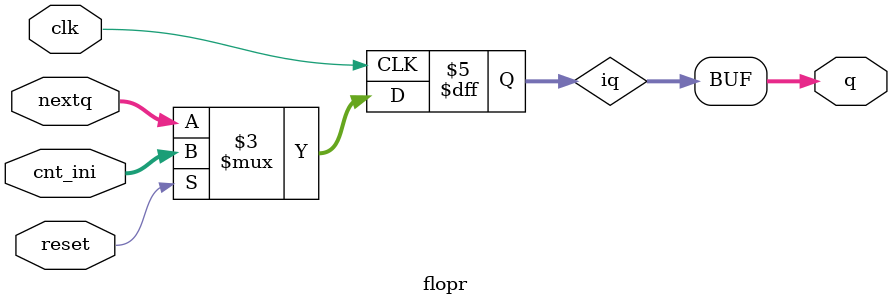
<source format=v>
`timescale 1ns / 1ps

module flopr #(
  parameter NBITS = 16 
)(
   input clk,
	input reset,
	input [NBITS-1:0] cnt_ini, 
	input [NBITS-1:0] nextq,
	output[NBITS-1:0] q
	
); 


reg [NBITS-1:0] iq ; 

always @(posedge clk) begin 
	if (reset) 
		iq <= cnt_ini ;  
	else 
 		iq <= nextq; 
end 

assign q = iq  ; 

endmodule

</source>
